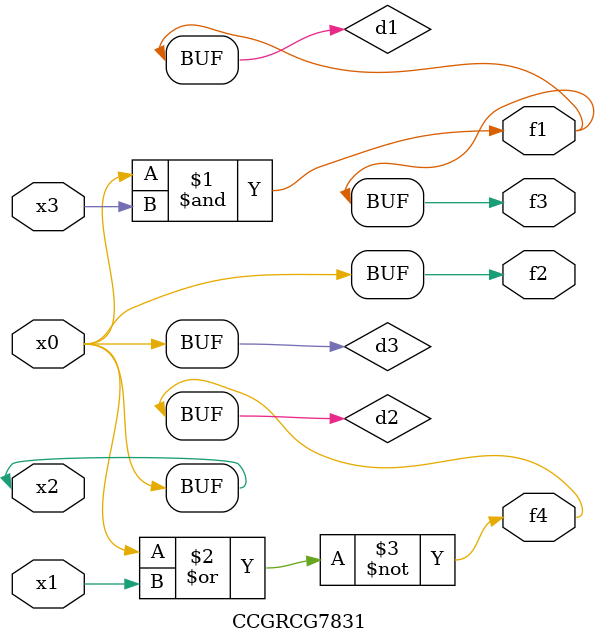
<source format=v>
module CCGRCG7831(
	input x0, x1, x2, x3,
	output f1, f2, f3, f4
);

	wire d1, d2, d3;

	and (d1, x2, x3);
	nor (d2, x0, x1);
	buf (d3, x0, x2);
	assign f1 = d1;
	assign f2 = d3;
	assign f3 = d1;
	assign f4 = d2;
endmodule

</source>
